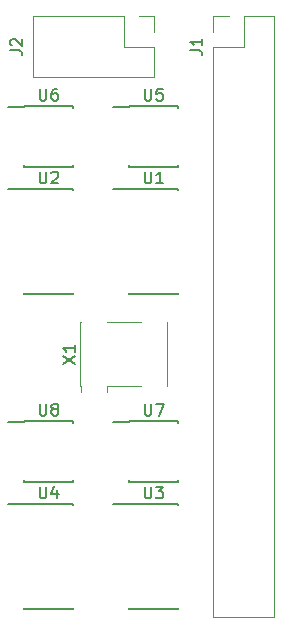
<source format=gto>
G04 #@! TF.GenerationSoftware,KiCad,Pcbnew,5.0.0-rc2-unknown-06ff563~65~ubuntu18.04.1*
G04 #@! TF.CreationDate,2018-06-29T13:07:05+02:00*
G04 #@! TF.ProjectId,raspi3-4xMCP2517FD,7261737069332D34784D435032353137,rev?*
G04 #@! TF.SameCoordinates,Original*
G04 #@! TF.FileFunction,Legend,Top*
G04 #@! TF.FilePolarity,Positive*
%FSLAX46Y46*%
G04 Gerber Fmt 4.6, Leading zero omitted, Abs format (unit mm)*
G04 Created by KiCad (PCBNEW 5.0.0-rc2-unknown-06ff563~65~ubuntu18.04.1) date Fri Jun 29 13:07:05 2018*
%MOMM*%
%LPD*%
G01*
G04 APERTURE LIST*
%ADD10C,0.120000*%
%ADD11C,0.150000*%
G04 APERTURE END LIST*
D10*
G04 #@! TO.C,X1*
X96350000Y-49965000D02*
X96410000Y-49965000D01*
X96410000Y-49965000D02*
X96410000Y-55445000D01*
X96410000Y-55445000D02*
X96350000Y-55445000D01*
X91270000Y-49965000D02*
X94150000Y-49965000D01*
X89070000Y-55905000D02*
X89070000Y-55445000D01*
X89070000Y-55445000D02*
X89010000Y-55445000D01*
X89010000Y-55445000D02*
X89010000Y-49965000D01*
X89010000Y-49965000D02*
X89070000Y-49965000D01*
X94150000Y-55445000D02*
X91270000Y-55445000D01*
X91270000Y-55445000D02*
X91270000Y-55905000D01*
G04 #@! TO.C,J1*
X100270000Y-74990000D02*
X105470000Y-74990000D01*
X100270000Y-26670000D02*
X100270000Y-74990000D01*
X105470000Y-24070000D02*
X105470000Y-74990000D01*
X100270000Y-26670000D02*
X102870000Y-26670000D01*
X102870000Y-26670000D02*
X102870000Y-24070000D01*
X102870000Y-24070000D02*
X105470000Y-24070000D01*
X100270000Y-25400000D02*
X100270000Y-24070000D01*
X100270000Y-24070000D02*
X101600000Y-24070000D01*
G04 #@! TO.C,J2*
X85030000Y-24070000D02*
X85030000Y-29270000D01*
X92710000Y-24070000D02*
X85030000Y-24070000D01*
X95310000Y-29270000D02*
X85030000Y-29270000D01*
X92710000Y-24070000D02*
X92710000Y-26670000D01*
X92710000Y-26670000D02*
X95310000Y-26670000D01*
X95310000Y-26670000D02*
X95310000Y-29270000D01*
X93980000Y-24070000D02*
X95310000Y-24070000D01*
X95310000Y-24070000D02*
X95310000Y-25400000D01*
D11*
G04 #@! TO.C,U1*
X93175000Y-38730000D02*
X93175000Y-38755000D01*
X97325000Y-38730000D02*
X97325000Y-38845000D01*
X97325000Y-47630000D02*
X97325000Y-47515000D01*
X93175000Y-47630000D02*
X93175000Y-47515000D01*
X93175000Y-38730000D02*
X97325000Y-38730000D01*
X93175000Y-47630000D02*
X97325000Y-47630000D01*
X93175000Y-38755000D02*
X91800000Y-38755000D01*
G04 #@! TO.C,U2*
X84285000Y-38755000D02*
X82910000Y-38755000D01*
X84285000Y-47630000D02*
X88435000Y-47630000D01*
X84285000Y-38730000D02*
X88435000Y-38730000D01*
X84285000Y-47630000D02*
X84285000Y-47515000D01*
X88435000Y-47630000D02*
X88435000Y-47515000D01*
X88435000Y-38730000D02*
X88435000Y-38845000D01*
X84285000Y-38730000D02*
X84285000Y-38755000D01*
G04 #@! TO.C,U3*
X93175000Y-65400000D02*
X93175000Y-65425000D01*
X97325000Y-65400000D02*
X97325000Y-65515000D01*
X97325000Y-74300000D02*
X97325000Y-74185000D01*
X93175000Y-74300000D02*
X93175000Y-74185000D01*
X93175000Y-65400000D02*
X97325000Y-65400000D01*
X93175000Y-74300000D02*
X97325000Y-74300000D01*
X93175000Y-65425000D02*
X91800000Y-65425000D01*
G04 #@! TO.C,U4*
X84285000Y-65425000D02*
X82910000Y-65425000D01*
X84285000Y-74300000D02*
X88435000Y-74300000D01*
X84285000Y-65400000D02*
X88435000Y-65400000D01*
X84285000Y-74300000D02*
X84285000Y-74185000D01*
X88435000Y-74300000D02*
X88435000Y-74185000D01*
X88435000Y-65400000D02*
X88435000Y-65515000D01*
X84285000Y-65400000D02*
X84285000Y-65425000D01*
G04 #@! TO.C,U5*
X93175000Y-31765000D02*
X91775000Y-31765000D01*
X93175000Y-36865000D02*
X97325000Y-36865000D01*
X93175000Y-31715000D02*
X97325000Y-31715000D01*
X93175000Y-36865000D02*
X93175000Y-36720000D01*
X97325000Y-36865000D02*
X97325000Y-36720000D01*
X97325000Y-31715000D02*
X97325000Y-31860000D01*
X93175000Y-31715000D02*
X93175000Y-31765000D01*
G04 #@! TO.C,U6*
X84285000Y-31715000D02*
X84285000Y-31765000D01*
X88435000Y-31715000D02*
X88435000Y-31860000D01*
X88435000Y-36865000D02*
X88435000Y-36720000D01*
X84285000Y-36865000D02*
X84285000Y-36720000D01*
X84285000Y-31715000D02*
X88435000Y-31715000D01*
X84285000Y-36865000D02*
X88435000Y-36865000D01*
X84285000Y-31765000D02*
X82885000Y-31765000D01*
G04 #@! TO.C,U7*
X93175000Y-58435000D02*
X91775000Y-58435000D01*
X93175000Y-63535000D02*
X97325000Y-63535000D01*
X93175000Y-58385000D02*
X97325000Y-58385000D01*
X93175000Y-63535000D02*
X93175000Y-63390000D01*
X97325000Y-63535000D02*
X97325000Y-63390000D01*
X97325000Y-58385000D02*
X97325000Y-58530000D01*
X93175000Y-58385000D02*
X93175000Y-58435000D01*
G04 #@! TO.C,U8*
X84285000Y-58385000D02*
X84285000Y-58435000D01*
X88435000Y-58385000D02*
X88435000Y-58530000D01*
X88435000Y-63535000D02*
X88435000Y-63390000D01*
X84285000Y-63535000D02*
X84285000Y-63390000D01*
X84285000Y-58385000D02*
X88435000Y-58385000D01*
X84285000Y-63535000D02*
X88435000Y-63535000D01*
X84285000Y-58435000D02*
X82885000Y-58435000D01*
G04 #@! TO.C,X1*
X87564880Y-53514523D02*
X88564880Y-52847857D01*
X87564880Y-52847857D02*
X88564880Y-53514523D01*
X88564880Y-51943095D02*
X88564880Y-52514523D01*
X88564880Y-52228809D02*
X87564880Y-52228809D01*
X87707738Y-52324047D01*
X87802976Y-52419285D01*
X87850595Y-52514523D01*
G04 #@! TO.C,J1*
X98359880Y-27003333D02*
X99074166Y-27003333D01*
X99217023Y-27050952D01*
X99312261Y-27146190D01*
X99359880Y-27289047D01*
X99359880Y-27384285D01*
X99359880Y-26003333D02*
X99359880Y-26574761D01*
X99359880Y-26289047D02*
X98359880Y-26289047D01*
X98502738Y-26384285D01*
X98597976Y-26479523D01*
X98645595Y-26574761D01*
G04 #@! TO.C,J2*
X83119880Y-27003333D02*
X83834166Y-27003333D01*
X83977023Y-27050952D01*
X84072261Y-27146190D01*
X84119880Y-27289047D01*
X84119880Y-27384285D01*
X83215119Y-26574761D02*
X83167500Y-26527142D01*
X83119880Y-26431904D01*
X83119880Y-26193809D01*
X83167500Y-26098571D01*
X83215119Y-26050952D01*
X83310357Y-26003333D01*
X83405595Y-26003333D01*
X83548452Y-26050952D01*
X84119880Y-26622380D01*
X84119880Y-26003333D01*
G04 #@! TO.C,U1*
X94488095Y-37257380D02*
X94488095Y-38066904D01*
X94535714Y-38162142D01*
X94583333Y-38209761D01*
X94678571Y-38257380D01*
X94869047Y-38257380D01*
X94964285Y-38209761D01*
X95011904Y-38162142D01*
X95059523Y-38066904D01*
X95059523Y-37257380D01*
X96059523Y-38257380D02*
X95488095Y-38257380D01*
X95773809Y-38257380D02*
X95773809Y-37257380D01*
X95678571Y-37400238D01*
X95583333Y-37495476D01*
X95488095Y-37543095D01*
G04 #@! TO.C,U2*
X85598095Y-37257380D02*
X85598095Y-38066904D01*
X85645714Y-38162142D01*
X85693333Y-38209761D01*
X85788571Y-38257380D01*
X85979047Y-38257380D01*
X86074285Y-38209761D01*
X86121904Y-38162142D01*
X86169523Y-38066904D01*
X86169523Y-37257380D01*
X86598095Y-37352619D02*
X86645714Y-37305000D01*
X86740952Y-37257380D01*
X86979047Y-37257380D01*
X87074285Y-37305000D01*
X87121904Y-37352619D01*
X87169523Y-37447857D01*
X87169523Y-37543095D01*
X87121904Y-37685952D01*
X86550476Y-38257380D01*
X87169523Y-38257380D01*
G04 #@! TO.C,U3*
X94488095Y-63927380D02*
X94488095Y-64736904D01*
X94535714Y-64832142D01*
X94583333Y-64879761D01*
X94678571Y-64927380D01*
X94869047Y-64927380D01*
X94964285Y-64879761D01*
X95011904Y-64832142D01*
X95059523Y-64736904D01*
X95059523Y-63927380D01*
X95440476Y-63927380D02*
X96059523Y-63927380D01*
X95726190Y-64308333D01*
X95869047Y-64308333D01*
X95964285Y-64355952D01*
X96011904Y-64403571D01*
X96059523Y-64498809D01*
X96059523Y-64736904D01*
X96011904Y-64832142D01*
X95964285Y-64879761D01*
X95869047Y-64927380D01*
X95583333Y-64927380D01*
X95488095Y-64879761D01*
X95440476Y-64832142D01*
G04 #@! TO.C,U4*
X85598095Y-63927380D02*
X85598095Y-64736904D01*
X85645714Y-64832142D01*
X85693333Y-64879761D01*
X85788571Y-64927380D01*
X85979047Y-64927380D01*
X86074285Y-64879761D01*
X86121904Y-64832142D01*
X86169523Y-64736904D01*
X86169523Y-63927380D01*
X87074285Y-64260714D02*
X87074285Y-64927380D01*
X86836190Y-63879761D02*
X86598095Y-64594047D01*
X87217142Y-64594047D01*
G04 #@! TO.C,U5*
X94488095Y-30242380D02*
X94488095Y-31051904D01*
X94535714Y-31147142D01*
X94583333Y-31194761D01*
X94678571Y-31242380D01*
X94869047Y-31242380D01*
X94964285Y-31194761D01*
X95011904Y-31147142D01*
X95059523Y-31051904D01*
X95059523Y-30242380D01*
X96011904Y-30242380D02*
X95535714Y-30242380D01*
X95488095Y-30718571D01*
X95535714Y-30670952D01*
X95630952Y-30623333D01*
X95869047Y-30623333D01*
X95964285Y-30670952D01*
X96011904Y-30718571D01*
X96059523Y-30813809D01*
X96059523Y-31051904D01*
X96011904Y-31147142D01*
X95964285Y-31194761D01*
X95869047Y-31242380D01*
X95630952Y-31242380D01*
X95535714Y-31194761D01*
X95488095Y-31147142D01*
G04 #@! TO.C,U6*
X85598095Y-30242380D02*
X85598095Y-31051904D01*
X85645714Y-31147142D01*
X85693333Y-31194761D01*
X85788571Y-31242380D01*
X85979047Y-31242380D01*
X86074285Y-31194761D01*
X86121904Y-31147142D01*
X86169523Y-31051904D01*
X86169523Y-30242380D01*
X87074285Y-30242380D02*
X86883809Y-30242380D01*
X86788571Y-30290000D01*
X86740952Y-30337619D01*
X86645714Y-30480476D01*
X86598095Y-30670952D01*
X86598095Y-31051904D01*
X86645714Y-31147142D01*
X86693333Y-31194761D01*
X86788571Y-31242380D01*
X86979047Y-31242380D01*
X87074285Y-31194761D01*
X87121904Y-31147142D01*
X87169523Y-31051904D01*
X87169523Y-30813809D01*
X87121904Y-30718571D01*
X87074285Y-30670952D01*
X86979047Y-30623333D01*
X86788571Y-30623333D01*
X86693333Y-30670952D01*
X86645714Y-30718571D01*
X86598095Y-30813809D01*
G04 #@! TO.C,U7*
X94488095Y-56912380D02*
X94488095Y-57721904D01*
X94535714Y-57817142D01*
X94583333Y-57864761D01*
X94678571Y-57912380D01*
X94869047Y-57912380D01*
X94964285Y-57864761D01*
X95011904Y-57817142D01*
X95059523Y-57721904D01*
X95059523Y-56912380D01*
X95440476Y-56912380D02*
X96107142Y-56912380D01*
X95678571Y-57912380D01*
G04 #@! TO.C,U8*
X85598095Y-56912380D02*
X85598095Y-57721904D01*
X85645714Y-57817142D01*
X85693333Y-57864761D01*
X85788571Y-57912380D01*
X85979047Y-57912380D01*
X86074285Y-57864761D01*
X86121904Y-57817142D01*
X86169523Y-57721904D01*
X86169523Y-56912380D01*
X86788571Y-57340952D02*
X86693333Y-57293333D01*
X86645714Y-57245714D01*
X86598095Y-57150476D01*
X86598095Y-57102857D01*
X86645714Y-57007619D01*
X86693333Y-56960000D01*
X86788571Y-56912380D01*
X86979047Y-56912380D01*
X87074285Y-56960000D01*
X87121904Y-57007619D01*
X87169523Y-57102857D01*
X87169523Y-57150476D01*
X87121904Y-57245714D01*
X87074285Y-57293333D01*
X86979047Y-57340952D01*
X86788571Y-57340952D01*
X86693333Y-57388571D01*
X86645714Y-57436190D01*
X86598095Y-57531428D01*
X86598095Y-57721904D01*
X86645714Y-57817142D01*
X86693333Y-57864761D01*
X86788571Y-57912380D01*
X86979047Y-57912380D01*
X87074285Y-57864761D01*
X87121904Y-57817142D01*
X87169523Y-57721904D01*
X87169523Y-57531428D01*
X87121904Y-57436190D01*
X87074285Y-57388571D01*
X86979047Y-57340952D01*
G04 #@! TD*
M02*

</source>
